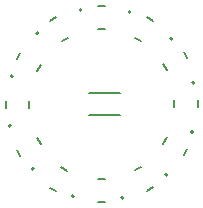
<source format=gbr>
%TF.GenerationSoftware,KiCad,Pcbnew,6.0.8-f2edbf62ab~116~ubuntu20.04.1*%
%TF.CreationDate,2022-10-17T17:20:23+03:00*%
%TF.ProjectId,nicla_sense,6e69636c-615f-4736-956e-73652e6b6963,rev?*%
%TF.SameCoordinates,Original*%
%TF.FileFunction,Legend,Top*%
%TF.FilePolarity,Positive*%
%FSLAX46Y46*%
G04 Gerber Fmt 4.6, Leading zero omitted, Abs format (unit mm)*
G04 Created by KiCad (PCBNEW 6.0.8-f2edbf62ab~116~ubuntu20.04.1) date 2022-10-17 17:20:23*
%MOMM*%
%LPD*%
G01*
G04 APERTURE LIST*
%ADD10C,0.127000*%
%ADD11C,0.200000*%
G04 APERTURE END LIST*
D10*
%TO.C,D6*%
X142229808Y-109256025D02*
X141710192Y-108956025D01*
X143229808Y-107523975D02*
X142710192Y-107223975D01*
D11*
X143790821Y-109670596D02*
G75*
G03*
X143790821Y-109670596I-102956J0D01*
G01*
D10*
%TO.C,D11*%
X153056025Y-97440192D02*
X153356025Y-97959808D01*
X151323975Y-98440192D02*
X151623975Y-98959808D01*
D11*
X152103552Y-96352135D02*
G75*
G03*
X152103552Y-96352135I-102956J0D01*
G01*
D10*
%TO.C,D7*%
X146390000Y-108190000D02*
X145790000Y-108190000D01*
X146390000Y-110190000D02*
X145790000Y-110190000D01*
D11*
X147962956Y-109820000D02*
G75*
G03*
X147962956Y-109820000I-102956J0D01*
G01*
D10*
%TO.C,D2*%
X142754589Y-96546025D02*
X143274205Y-96246025D01*
X141754589Y-94813975D02*
X142274205Y-94513975D01*
D11*
X140769488Y-95869404D02*
G75*
G03*
X140769488Y-95869404I-102956J0D01*
G01*
D10*
%TO.C,D12*%
X149940192Y-94513975D02*
X150459808Y-94813975D01*
X148940192Y-96246025D02*
X149459808Y-96546025D01*
D11*
X148585091Y-94099404D02*
G75*
G03*
X148585091Y-94099404I-102956J0D01*
G01*
D10*
%TO.C,D9*%
X151623975Y-104700192D02*
X151323975Y-105219808D01*
X153356025Y-105700192D02*
X153056025Y-106219808D01*
D11*
X153873552Y-104242135D02*
G75*
G03*
X153873552Y-104242135I-102956J0D01*
G01*
D10*
%TO.C,D8*%
X149485412Y-107183975D02*
X148965796Y-107483975D01*
X150485412Y-108916025D02*
X149965796Y-109216025D01*
D11*
X151676425Y-107860596D02*
G75*
G03*
X151676425Y-107860596I-102956J0D01*
G01*
D10*
%TO.C,D4*%
X137990000Y-102243522D02*
X137990000Y-101643522D01*
X139990000Y-102243522D02*
X139990000Y-101643522D01*
D11*
X138462956Y-103713522D02*
G75*
G03*
X138462956Y-103713522I-102956J0D01*
G01*
D10*
%TO.C,D10*%
X154250000Y-101550000D02*
X154250000Y-102150000D01*
X152250000Y-101550000D02*
X152250000Y-102150000D01*
D11*
X153982956Y-100080000D02*
G75*
G03*
X153982956Y-100080000I-102956J0D01*
G01*
D10*
%TO.C,D1*%
X145820000Y-93540000D02*
X146420000Y-93540000D01*
X145820000Y-95540000D02*
X146420000Y-95540000D01*
D11*
X144452956Y-93910000D02*
G75*
G03*
X144452956Y-93910000I-102956J0D01*
G01*
D10*
%TO.C,D5*%
X139223975Y-106259808D02*
X138923975Y-105740192D01*
X140956025Y-105259808D02*
X140656025Y-104740192D01*
D11*
X140382360Y-107347865D02*
G75*
G03*
X140382360Y-107347865I-102956J0D01*
G01*
D10*
%TO.C,S1*%
X145080000Y-100896500D02*
X147680000Y-100896500D01*
X145080000Y-102823500D02*
X147680000Y-102823500D01*
%TO.C,D3*%
X138923975Y-98059808D02*
X139223975Y-97540192D01*
X140656025Y-99059808D02*
X140956025Y-98540192D01*
D11*
X138612360Y-99517865D02*
G75*
G03*
X138612360Y-99517865I-102956J0D01*
G01*
%TD*%
M02*

</source>
